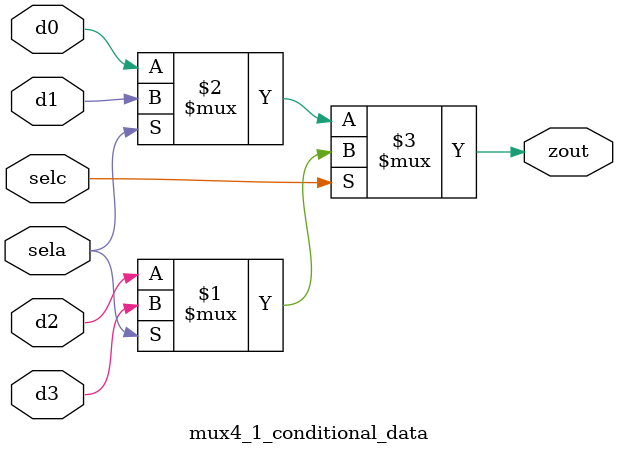
<source format=v>
module mux4_1_conditional_data(zout,d0,d1,d2,d3,sela,selc);
 output zout;
 input d0,d1,d2,d3,sela,selc;

 assign zout = selc?(sela?d3:d2):(sela?d1:d0);
endmodule
</source>
